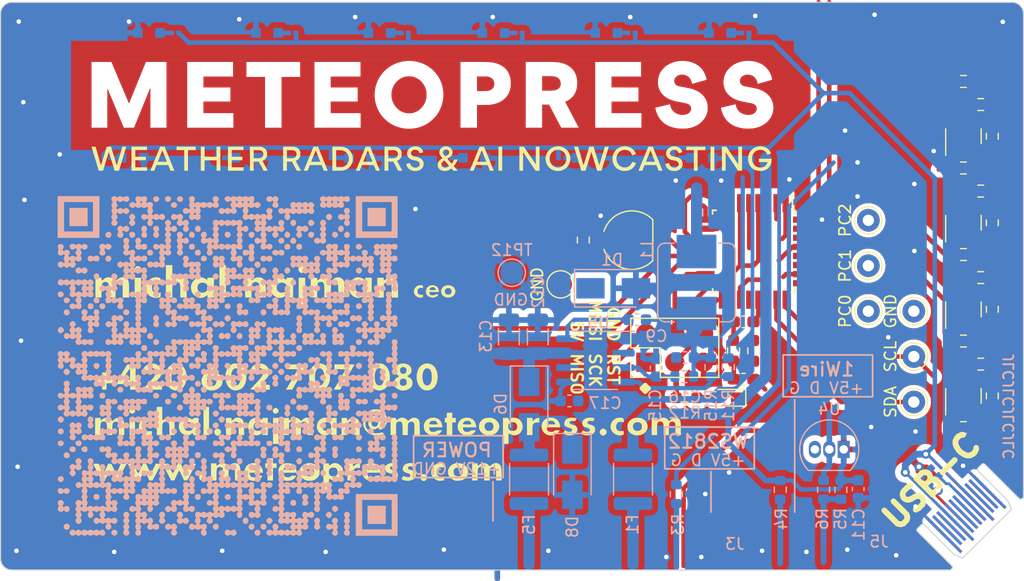
<source format=kicad_pcb>
(kicad_pcb (version 20221018) (generator pcbnew)
  (layers (0 "F.Cu" signal) (31 "B.Cu" signal) (34 "B.Paste" user) (35 "F.Paste" user) (36 "B.SilkS" user "B.Silkscreen") (37 "F.SilkS" user "F.Silkscreen") (38 "B.Mask" user) (39 "F.Mask" user) (44 "Edge.Cuts" user))
  (net 0 "")
  (net 1 "GND")
  (net 2 "Net-(D6-Pad2)")
  (net 3 "+5V")
  (net 4 "unconnected-(J1-Pad2)")
  (net 5 "unconnected-(J1-Pad3)")
  (net 6 "unconnected-(J1-Pad4)")
  (net 22 "Net-(J2-PadB5)")
  (net 23 "Net-(J2-PadA5)")
  (net 24 "Net-(D112-Pad2)")
  (net 25 "Net-(D111-Pad2)")
  (net 26 "Net-(D110-Pad2)")
  (net 27 "Net-(D109-Pad2)")
  (net 28 "Net-(D108-Pad2)")
  (net 29 "Net-(D107-Pad2)")
  (net 30 "Net-(D106-Pad2)")
  (net 31 "Net-(D105-Pad2)")
  (net 32 "Net-(D104-Pad2)")
  (net 33 "Net-(D103-Pad2)")
  (net 34 "Net-(D102-Pad2)")
  (net 35 "Net-(D101-Pad2)")
  (footprint "LED_SMD:LED_0603_1608Metric_Pad1.05x0.95mm_HandSolder" (layer "F.Cu") (at 163.906 134.83 180)
    (fp_text reference "D1" hide)
    (fp_text value "LED")
  )
  (footprint "Resistor_SMD:R_0603_1608Metric_Pad0.98x0.95mm_HandSolder" (layer "F.Cu") (at 151.27 120.94 90)
    (fp_text reference "R14" hide)
    (fp_text value "4k7")
  )
  (footprint "Connector_PinHeader_2.54mm:PinHeader_2x03_P2.54mm_Vertical" (layer "F.Cu") (at 156.777 131.698 90)
    (fp_text reference "J1" hide)
    (fp_text value "USB_B_Micro")
  )
  (footprint "Package_TO_SOT_SMD:SOT-23" (layer "F.Cu") (at 184.7144 134.659 90)
    (fp_text reference "Q5" hide)
    (fp_text value "MMBT3904")
  )
  (footprint "meteopress:MichalNajman" (layer "F.Cu") (at 134 133)
    (fp_text reference "G***" hide)
    (fp_text value "LOGO" hide)
  )
  (footprint "Resistor_SMD:R_0603_1608Metric_Pad0.98x0.95mm_HandSolder" (layer "F.Cu") (at 164.492 130.6855 90)
    (fp_text reference "R8" hide)
    (fp_text value "4k7")
  )
  (footprint "meteopress:MeteopressLogo_Bare_Inv_60x6" (layer "F.Cu") (at 138 108.17)
    (fp_text reference "J3" hide)
    (fp_text value "Conn_01x01" hide)
  )
  (footprint "Package_TO_SOT_THT:TO-92_HandSolder" (layer "F.Cu") (at 155.54 122.21 90)
    (fp_text reference "U2" hide)
    (fp_text value "DS18B20")
  )
  (footprint "Resistor_SMD:R_0603_1608Metric_Pad0.98x0.95mm_HandSolder" (layer "F.Cu") (at 166.27 130.6975 -90)
    (fp_text reference "R9" hide)
    (fp_text value "10k")
  )
  (footprint "Package_TO_SOT_SMD:SOT-23" (layer "F.Cu") (at 184.7144 119.419 90)
    (fp_text reference "Q1" hide)
    (fp_text value "MMBT3904")
  )
  (footprint "meteopress:MeteopressLogo_Bare_Inv_60x6" (layer "F.Cu") (at 138 108.17)
    (fp_text reference "J3" hide)
    (fp_text value "Conn_01x01" hide)
  )
  (footprint "meteopress:TestPoint_THTPad_D2.0mm_Drill1.0mm" (layer "F.Cu") (at 176.35 123.2 -90)
    (fp_text reference "TP28" hide)
    (fp_text value "PC1")
  )
  (footprint "meteopress:TestPoint_THTPad_D2.0mm_Drill1.0mm" (layer "F.Cu") (at 180.35 135.2 -90)
    (fp_text reference "TP3" hide)
    (fp_text value "SDA")
  )
  (footprint "Resistor_SMD:R_0603_1608Metric_Pad0.98x0.95mm_HandSolder" (layer "F.Cu") (at 186.2384 109.005)
    (fp_text reference "R40" hide)
    (fp_text value "100k")
  )
  (footprint "meteopress:MeteopressLogo_60x10" (layer "F.Cu") (at 138 110)
    (fp_text reference "G***" hide)
    (fp_text value "LOGO" hide)
  )
  (footprint "Package_TO_SOT_SMD:SOT-23" (layer "F.Cu") (at 184.7144 127.039 90)
    (fp_text reference "Q3" hide)
    (fp_text value "MMBT3904")
  )
  (footprint "Capacitor_SMD:C_0603_1608Metric_Pad1.08x0.95mm_HandSolder" (layer "F.Cu") (at 165.381 128.14)
    (fp_text reference "C16" hide)
    (fp_text value "100n")
  )
  (footprint "meteopress:TestPoint_THTPad_D2.0mm_Drill1.0mm" (layer "F.Cu") (at 176.35 119.2 -90)
    (fp_text reference "TP29" hide)
    (fp_text value "PC2")
  )
  (footprint "Resistor_SMD:R_0603_1608Metric_Pad0.98x0.95mm_HandSolder" (layer "F.Cu") (at 186.2384 116.625 180)
    (fp_text reference "R22" hide)
    (fp_text value "10k")
  )
  (footprint "meteopress:PCB-USB-C_straight" (layer "F.Cu") (at 186.79 146.8 -135)
    (fp_text reference "J2" hide)
    (fp_text value "USB_C_Receptacle" hide)
    (fp_line (start -4.535 0) (end -4.385 0) (stroke (width 0.1)) (layer "Edge.Cuts"))
    (fp_line (start -4.185 0.2) (end -4.185 4.45) (stroke (width 0.1)) (layer "Edge.Cuts"))
    (fp_line (start -3.985 4.65) (end -3.545 4.65) (stroke (width 0.1)) (layer "Edge.Cuts"))
    (fp_line (start -3.345 0.75) (end -3.345 4.45) (stroke (width 0.1)) (layer "Edge.Cuts"))
    (fp_line (start -3.045 0) (end -3.345 0.75) (stroke (width 0.1)) (layer "Edge.Cuts"))
    (fp_line (start -3.045 0) (end 3.045 0) (stroke (width 0.1)) (layer "Edge.Cuts"))
    (fp_line (start 3.045 0) (end 3.345 0.75) (stroke (width 0.1)) (layer "Edge.Cuts"))
    (fp_line (start 3.345 0.75) (end 3.345 4.45) (stroke (width 0.1)) (layer "Edge.Cuts"))
    (fp_line (start 3.545 4.65) (end 3.985 4.65) (stroke (width 0.1)) (layer "Edge.Cuts"))
    (fp_line (start 4.185 0.2) (end 4.185 4.45) (stroke (width 0.1)) (layer "Edge.Cuts"))
    (fp_line (start 4.385 0) (end 4.5 0) (stroke (width 0.1)) (layer "Edge.Cuts"))
    (fp_arc (start -4.385 0) (mid -4.243579 0.058579) (end -4.185 0.2) (stroke (width 0.1)) (layer "Edge.Cuts"))
    (fp_arc (start -3.985 4.65) (mid -4.126421 4.591421) (end -4.185 4.45) (stroke (width 0.1)) (layer "Edge.Cuts"))
    (fp_arc (start -3.345 4.45) (mid -3.403579 4.591421) (end -3.545 4.65) (stroke (width 0.1)) (layer "Edge.Cuts"))
    (fp_arc (start 3.545 4.65) (mid 3.403578 4.591421) (end 3.345 4.45) (stroke (width 0.1)) (layer "Edge.Cuts"))
    (fp_arc (start 4.185 0.2) (mid 4.243578 0.058579) (end 4.385 0) (stroke (width 0.1)) (layer "Edge.Cuts"))
    (fp_arc (start 4.185 4.45) (mid 4.126421 4.591422) (end 3.985 4.65) (stroke (width 0.1)) (layer "Edge.Cuts"))
  )
  (footprint "Resistor_SMD:R_0603_1608Metric_Pad0.98x0.95mm_HandSolder" (layer "F.Cu") (at 184.7144 114.593)
    (fp_text reference "R41" hide)
    (fp_text value "47k")
  )
  (footprint "meteopress:TestPoint_THTPad_D2.0mm_Drill1.0mm" (layer "F.Cu") (at 180.35 131.2 -90)
    (fp_text reference "TP2" hide)
    (fp_text value "SCL")
  )
  (footprint "Resistor_SMD:R_0603_1608Metric_Pad0.98x0.95mm_HandSolder" (layer "F.Cu") (at 187.2544 127.039 90)
    (fp_text reference "R26" hide)
    (fp_text value "47k")
  )
  (footprint "Resistor_SMD:R_0603_1608Metric_Pad0.98x0.95mm_HandSolder" (layer "F.Cu") (at 187.2544 134.659 -90)
    (fp_text reference "R28" hide)
    (fp_text value "100k")
  )
  (footprint "Capacitor_SMD:C_0603_1608Metric_Pad1.08x0.95mm_HandSolder" (layer "F.Cu") (at 165.37 133.19 180)
    (fp_text reference "C14" hide)
    (fp_text value "1u")
  )
  (footprint "Resistor_SMD:R_0603_1608Metric_Pad0.98x0.95mm_HandSolder" (layer "F.Cu") (at 160.35 134.83 180)
    (fp_text reference "R11" hide)
    (fp_text value "4k7")
  )
  (footprint "Resistor_SMD:R_0603_1608Metric_Pad0.98x0.95mm_HandSolder" (layer "F.Cu") (at 187.2544 119.419 -90)
    (fp_text reference "R20" hide)
    (fp_text value "100k")
  )
  (footprint "meteopress:TestPoint_THTPad_D2.0mm_Drill1.0mm" (layer "F.Cu") (at 180.35 127.2 -90)
    (fp_text reference "TP14" hide)
    (fp_text value "GND")
  )
  (footprint "meteopress:TestPoint_THTPad_D2.0mm_Drill1.0mm" (layer "F.Cu") (at 176.35 127.2 -90)
    (fp_text reference "TP27" hide)
    (fp_text value "PC0")
  )
  (footprint "Resistor_SMD:R_0603_1608Metric_Pad0.98x0.95mm_HandSolder" (layer "F.Cu") (at 184.7144 122.213)
    (fp_text reference "R21" hide)
    (fp_text value "47k")
  )
  (footprint "Resistor_SMD:R_0603_1608Metric_Pad0.98x0.95mm_HandSolder" (layer "F.Cu") (at 186.2384 131.865 180)
    (fp_text reference "R30" hide)
    (fp_text value "10k")
  )
  (footprint "Resistor_SMD:R_0603_1608Metric_Pad0.98x0.95mm_HandSolder" (layer "F.Cu") (at 187.2544 111.799 90)
    (fp_text reference "R42" hide)
    (fp_text value "47k")
  )
  (footprint "Resistor_SMD:R_0603_1608Metric_Pad0.98x0.95mm_HandSolder" (layer "F.Cu") (at 184.7144 129.833)
    (fp_text reference "R25" hide)
    (fp_text value "47k")
  )
  (footprint "Package_QFP:TQFP-32_7x7mm_P0.8mm" (layer "F.Cu") (at 166.27 121.94 -90)
    (fp_text reference "U1" hide)
    (fp_text value "ATmega328P-AU")
  )
  (footprint "meteopress:TestPoint_THTPad_D2.0mm_Drill1.0mm" (layer "F.Cu") (at 149.27 124.84 -90)
    (fp_text reference "TP18" hide)
    (fp_text value "GND")
  )
  (footprint "Resistor_SMD:R_0603_1608Metric_Pad0.98x0.95mm_HandSolder" (layer "F.Cu") (at 186.2384 124.245)
    (fp_text reference "R24" hide)
    (fp_text value "100k")
  )
  (footprint "Package_TO_SOT_SMD:SOT-23" (layer "F.Cu") (at 184.7144 111.799 90)
    (fp_text reference "Q11" hide)
    (fp_text value "MMBT3904")
  )
  (footprint "Resistor_SMD:R_0603_1608Metric_Pad0.98x0.95mm_HandSolder" (layer "F.Cu") (at 184.7144 137.453)
    (fp_text reference "R29" hide)
    (fp_text value "47k")
  )
  (footprint "Resistor_SMD:R_0603_1608Metric_Pad0.98x0.95mm_HandSolder" (layer "F.Cu") (at 184.7144 106.973)
    (fp_text reference "R37" hide)
    (fp_text value "47k")
  )
  (footprint "meteopress:R_0201_woSilk" (layer "B.Cu") (at 115.36 102.7)
    (fp_text reference "R112" hide)
    (fp_text value "120")
  )
  (footprint "Resistor_SMD:R_0603_1608Metric" (layer "B.Cu") (at 168.598 142.9315 -90)
    (fp_text reference "R4")
    (fp_text value "150R")
  )
  (footprint "meteopress:D_0802_side_woSilk_C965872" (layer "B.Cu") (at 153.295 102.86 180)
    (fp_text reference "D108" hide)
    (fp_text value "LED")
  )
  (footprint "Capacitor_SMD:C_0603_1608Metric" (layer "B.Cu") (at 160.216 131.2815)
    (fp_text reference "C16")
    (fp_text value "22n")
  )
  (footprint "meteopress:D_0802_side_woSilk_C965872" (layer "B.Cu") (at 151.64 113.54)
    (fp_text reference "D105" hide)
    (fp_text value "LED")
  )
  (footprint "meteopress:D_0802_side_woSilk_C965872" (layer "B.Cu") (at 143.36 102.87 180)
    (fp_text reference "D109" hide)
    (fp_text value "LED")
  )
  (footprint "Capacitor_SMD:C_1206_3216Metric" (layer "B.Cu") (at 144.722 129.4545 90)
    (fp_text reference "C13")
    (fp_text value "4u7/50V")
  )
  (footprint "meteopress:R_0201_woSilk" (layer "B.Cu") (at 165.52 102.7)
    (fp_text reference "R107" hide)
    (fp_text value "120")
  )
  (footprint "Package_TO_SOT_THT:TO-92_Inline" (layer "B.Cu") (at 174.182445 139.374398 180)
    (fp_text reference "U4")
    (fp_text value "DS18B20")
  )
  (footprint "meteopress:R_0201_woSilk" (layer "B.Cu") (at 119.41 113.7 180)
    (fp_text reference "R102" hide)
    (fp_text value "120")
  )
  (footprint "meteopress:D_0802_side_woSilk_C965872" (layer "B.Cu") (at 141.645 113.54)
    (fp_text reference "D104" hide)
    (fp_text value "LED")
  )
  (footprint "Resistor_SMD:R_0603_1608Metric" (layer "B.Cu") (at 172.408 142.9305 90)
    (fp_text reference "R6")
    (fp_text value "330R")
  )
  (footprint "Capacitor_SMD:C_1206_3216Metric" (layer "B.Cu") (at 147.262 129.4545 90)
    (fp_text reference "C12")
    (fp_text value "4u7/50V")
  )
  (footprint "meteopress:R_0201_woSilk" (layer "B.Cu") (at 145.58 102.7)
    (fp_text reference "R109" hide)
    (fp_text value "120")
  )
  (footprint "Diode_SMD:D_SMA" (layer "B.Cu") (at 146.5 135.428 -90)
    (fp_text reference "D6")
    (fp_text value "D_Schottky")
  )
  (footprint "meteopress:R_0201_woSilk" (layer "B.Cu") (at 135.56 102.7)
    (fp_text reference "R110" hide)
    (fp_text value "120")
  )
  (footprint "Resistor_SMD:R_0603_1608Metric" (layer "B.Cu") (at 160.153 132.9615 180)
    (fp_text reference "R12")
    (fp_text value "100R")
  )
  (footprint "meteopress:D_0802_side_woSilk_C965872" (layer "B.Cu") (at 121.635 113.54)
    (fp_text reference "D102" hide)
    (fp_text value "LED")
  )
  (footprint "meteopress:D_0802_side_woSilk_C965872" (layer "B.Cu") (at 111.63 113.54)
    (fp_text reference "D101" hide)
    (fp_text value "LED")
  )
  (footprint "Diode_SMD:D_SMA" (layer "B.Cu") (at 153.898 125.1855)
    (fp_text reference "D1")
    (fp_text value "SS14")
  )
  (footprint "meteopress:vCard_MichalNajman_30" (layer "B.Cu") (at 120 132 180)
    (fp_text reference "G***" hide)
    (fp_text value "LOGO" hide)
  )
  (footprint "Capacitor_SMD:C_0603_1608Metric" (layer "B.Cu") (at 156.012 127.9535 180)
    (fp_text reference "C9")
    (fp_text value "100n")
  )
  (footprint "Fuse:Fuse_1812_4532Metric" (layer "B.Cu") (at 146.5 142 90)
    (fp_text reference "F5")
    (fp_text value "1A")
  )
  (footprint "meteopress:D_0802_side_woSilk_C965872" (layer "B.Cu") (at 113.055 102.86 180)
    (fp_text reference "D112" hide)
    (fp_text value "LED")
  )
  (footprint "TestPoint:TestPoint_THTPad_D2.0mm_Drill1.0mm" (layer "B.Cu") (at 144.976 123.8175 180)
    (fp_text reference "TP12")
    (fp_text value "GND")
  )
  (footprint "meteopress:D_0402_woSilk" (layer "B.Cu") (at 182.19 141.39 -45)
    (fp_text reference "R143" hide)
    (fp_text value "5k1")
  )
  (footprint "meteopress:D_0802_side_woSilk_C965872" (layer "B.Cu") (at 161.695 113.54)
    (fp_text reference "D106" hide)
    (fp_text value "LED")
  )
  (footprint "meteopress:D_0402_woSilk" (layer "B.Cu") (at 181.39 142.17 -45)
    (fp_text reference "R142" hide)
    (fp_text value "5k1")
  )
  (footprint "meteopress:D_0802_side_woSilk_C965872" (layer "B.Cu") (at 163.3 102.86 180)
    (fp_text reference "D107" hide)
    (fp_text value "LED")
  )
  (footprint "meteopress:R_0201_woSilk" (layer "B.Cu") (at 125.67 102.7)
    (fp_text reference "R111" hide)
    (fp_text value "120")
  )
  (footprint "Resistor_SMD:R_0603_1608Metric" (layer "B.Cu") (at 164.026 132.1365 -90)
    (fp_text reference "R11")
    (fp_text value "10k")
  )
  (footprint "meteopress:D_0802_side_woSilk_C965872" (layer "B.Cu") (at 133.34 102.87 180)
    (fp_text reference "D110" hide)
    (fp_text value "LED")
  )
  (footprint "meteopress:R_0201_woSilk" (layer "B.Cu") (at 109.4 113.7 180)
    (fp_text reference "R101" hide)
    (fp_text value "120")
  )
  (footprint "meteopress:R_0201_woSilk" (layer "B.Cu") (at 149.41 113.7 180)
    (fp_text reference "R105" hide)
    (fp_text value "120")
  )
  (footprint "Inductor_SMD:L_Bourns_SRP7028A_7.3x6.6mm" (layer "B.Cu") (at 161.232 124.6775 90)
    (fp_text reference "L1")
    (fp_text value "47u")
  )
  (footprint "meteopress:R_0201_woSilk" (layer "B.Cu") (at 129.41 113.7 180)
    (fp_text reference "R103" hide)
    (fp_text value "120")
  )
  (footprint "Capacitor_SMD:C_0603_1608Metric" (layer "B.Cu") (at 157.676 132.1865 90)
    (fp_text reference "C15")
    (fp_text value "8.2n")
  )
  (footprint "Fuse:Fuse_1812_4532Metric" (layer "B.Cu") (at 155.644 142 -90)
    (fp_text reference "F1")
    (fp_text value "0.5A")
  )
  (footprint "Resistor_SMD:R_0603_1608Metric" (layer "B.Cu") (at 159.454 143.3125 -90)
    (fp_text reference "R3")
    (fp_text value "330R")
  )
  (footprint "meteopress:D_0802_side_woSilk_C965872" (layer "B.Cu") (at 131.64 113.575)
    (fp_text reference "D103" hide)
    (fp_text value "LED")
  )
  (footprint "meteopress:R_0201_woSilk" (layer "B.Cu") (at 159.47 113.7 180)
    (fp_text reference "R106" hide)
    (fp_text value "120")
  )
  (footprint "Diode_SMD:D_SMA" (layer "B.Cu") (at 150.31 141.3755 -90)
    (fp_text reference "D8")
    (fp_text value "TVS")
  )
  (footprint "meteopress:R_0201_woSilk" (layer "B.Cu") (at 155.52 102.7)
    (fp_text reference "R108" hide)
    (fp_text value "120")
  )
  (footprint "Resistor_SMD:R_0603_1608Metric" (layer "B.Cu") (at 173.932 142.9315 -90)
    (fp_text reference "R5")
    (fp_text value "22k")
  )
  (footprint "Capacitor_SMD:C_0603_1608Metric" (layer "B.Cu") (at 175.456 142.8675 -90)
    (fp_text reference "C11")
    (fp_text value "100n")
  )
  (footprint "meteopress:D_0802_side_woSilk_C965872" (layer "B.Cu") (at 123.445 102.86 180)
    (fp_text reference "D111" hide)
    (fp_text value "LED")
  )
  (footprint "Capacitor_SMD:C_0603_1608Metric" (layer "B.Cu") (at 150.043 135.1045 180)
    (fp_text reference "C17")
    (fp_text value "8.2n")
  )
  (footprint "Resistor_SMD:R_0603_1608Metric" (layer "B.Cu") (at 162.502 132.1365 90)
    (fp_text reference "R15")
    (fp_text value "1k8")
  )
  (footprint "Package_SO:SOIC-8_3.9x4.9mm_P1.27mm" (layer "B.Cu") (at 152.342 131.5355 180)
    (fp_text reference "U5")
    (fp_text value "TPS54331")
  )
  (footprint "meteopress:R_0201_woSilk" (layer "B.Cu") (at 139.42 113.7 180)
    (fp_text reference "R104" hide)
    (fp_text value "120")
  )
  (gr_rect (start 168.852 131.0565) (end 176.726 134.7395) (stroke (width 0.15)) (fill none) (layer "B.SilkS"))
  (gr_line (start 169.868 134.9935) (end 169.868 144.8995) (stroke (width 0.15)) (layer "B.SilkS"))
  (gr_rect (start 158.438 137.4065) (end 166.312 141.0895) (stroke (width 0.15)) (fill none) (layer "B.SilkS"))
  (gr_line (start 162.502 141.3435) (end 162.502 144.8995) (stroke (width 0.15)) (layer "B.SilkS"))
  (gr_rect (start 136.34 138.1685) (end 144.214 141.8515) (stroke (width 0.15)) (fill none) (layer "B.SilkS"))
  (gr_line (start 143.325 142.2325) (end 143.325 145.6615) (stroke (width 0.15)) (layer "B.SilkS"))
  (gr_line (start 188.999999 100.000001) (end 101 100.000001) (stroke (width 0.1)) (layer "Edge.Cuts"))
  (gr_arc (start 188.999999 100.000001) (mid 189.707106 100.292894) (end 189.999999 101.000001) (stroke (width 0.1)) (layer "Edge.Cuts"))
  (gr_line (start 101.000001 149.999999) (end 183.608019 149.999999) (stroke (width 0.1)) (layer "Edge.Cuts"))
  (gr_arc (start 100 101) (mid 100.292893 100.292893) (end 101 100) (stroke (width 0.1)) (layer "Edge.Cuts"))
  (gr_arc (start 101.000001 149.999999) (mid 100.292894 149.707106) (end 100.000001 148.999999) (stroke (width 0.1)) (layer "Edge.Cuts"))
  (gr_line (start 183.608019 149.999999) (end 183.608019 149.991981) (stroke (width 0.1)) (layer "Edge.Cuts"))
  (gr_line (start 189.999999 143.603271) (end 189.996729 143.603271) (stroke (width 0.1)) (layer "Edge.Cuts"))
  (gr_line (start 100 101) (end 100 148.999999) (stroke (width 0.1)) (layer "Edge.Cuts"))
  (gr_line (start 189.999999 101.000001) (end 189.999999 143.603271) (stroke (width 0.1)) (layer "Edge.Cuts"))
  (gr_text "+12V GND" (at 140.15 141.0895) (layer "B.SilkS") (effects (font (size 1 1)) (justify mirror)))
  (gr_text "+5V D G" (at 172.662 133.9775) (layer "B.SilkS") (effects (font (size 1 1)) (justify mirror)))
  (gr_text "WS2812" (at 162.248 138.6765) (layer "B.SilkS") (effects (font (size 1.2 1.2) (thickness 0.2)) (justify mirror)))
  (gr_text "JLCJLCJLCJLC" (at 188.7 135.6 90) (layer "B.SilkS") (effects (font (size 0.9 0.9) (thickness 0.16)) (justify mirror)))
  (gr_text "J5" (at 177.3 147.5) (layer "B.SilkS") (effects (font (size 1 1)) (justify mirror)))
  (gr_text "J3" (at 164.6 147.7) (layer "B.SilkS") (effects (font (size 1 1)) (justify mirror)))
  (gr_text "GND" (at 144.9 126.2) (layer "B.SilkS") (effects (font (size 1 1)) (justify mirror)))
  (gr_text "POWER" (at 140.15 139.4385) (layer "B.SilkS") (effects (font (size 1.2 1.2) (thickness 0.2)) (justify mirror)))
  (gr_text "1Wire" (at 172.662 132.3265) (layer "B.SilkS") (effects (font (size 1.2 1.2) (thickness 0.2)) (justify mirror)))
  (gr_text "+5V D G" (at 162.248 140.3275) (layer "B.SilkS") (effects (font (size 1 1)) (justify mirror)))
  (gr_text "RST\nSCK\nMISO" (at 152.3 130.8 270) (layer "F.SilkS") (effects (font (size 1 1) (thickness 0.2)) (justify left)))
  (gr_text "." (at 159.188 134 270) (layer "F.SilkS") (effects (font (size 6 6) (thickness 0.4))))
  (gr_text "GND\nMOSI\n5V" (at 152.3 130 270) (layer "F.SilkS") (effects (font (size 1 1) (thickness 0.2)) (justify right)))
  (gr_text "USB-C" (at 181.9 142.163768 45) (layer "F.SilkS") (effects (font (size 2 2) (thickness 0.5))))
  (segment (start 187.6449 109.499) (end 187.1509 109.005) (width 0.4) (layer "F.Cu") (net 0))
  (segment (start 173.975 135.2) (end 180.35 135.2) (width 0.4) (layer "F.Cu") (net 0))
  (segment (start 168.27 127.94) (end 170.77 130.44) (width 0.4) (layer "F.Cu") (net 0))
  (segment (start 183.0644 129.0955) (end 183.0644 126.2322) (width 0.4) (layer "F.Cu") (net 0))
  (segment (start 162.02 119.94) (end 163.05 119.94) (width 0.4) (layer "F.Cu") (net 0))
  (segment (start 154.213 126.725) (end 155.059 125.879) (width 0.4) (layer "F.Cu") (net 0))
  (segment (start 183.7704 112.7365) (end 185.6269 114.593) (width 0.4) (layer "F.Cu") (net 0))
  (segment (start 187.6449 109.499) (end 189.1182 109.499) (width 0.4) (layer "F.Cu") (net 0))
  (segment (start 169.67 121.54) (end 168.47 122.74) (width 0.4) (layer "F.Cu") (net 0))
  (segment (start 183.8019 106.973) (end 183.102 106.973) (width 0.4) (layer "F.Cu") (net 0))
  (segment (start 172.12 123.14) (end 170.52 123.14) (width 0.4) (layer "F.Cu") (net 0))
  (segment (start 162.02 119.14) (end 162.02 118.11) (width 0.4) (layer "F.Cu") (net 0))
  (segment (start 163.05 119.94) (end 163.72 119.27) (width 0.4) (layer "F.Cu") (net 0))
  (segment (start 185.6644 126.343) (end 185.9844 126.023) (width 0.6) (layer "F.Cu") (net 0))
  (segment (start 187.6449 124.739) (end 187.1509 124.245) (width 0.4) (layer "F.Cu") (net 0))
  (segment (start 187.6449 132.359) (end 189.0582 132.359) (width 0.4) (layer "F.Cu") (net 0))
  (segment (start 100.2 134.5) (end 109 134.5) (width 0.4) (layer "F.Cu") (net 0))
  (segment (start 109 134.5) (end 114.775 128.725) (width 0.4) (layer "F.Cu") (net 0))
  (segment (start 167.47 120.0225) (end 167.4695 120.023) (width 0.4) (layer "F.Cu") (net 0))
  (segment (start 173.5375 134.7625) (end 173.975 135.2) (width 0.4) (layer "F.Cu") (net 0))
  (segment (start 153.991 128.725) (end 154.513 128.203) (width 0.4) (layer "F.Cu") (net 0))
  (segment (start 167.47 117.69) (end 167.47 120.0225) (width 0.4) (layer "F.Cu") (net 0))
  (segment (start 167.4695 120.69) (end 167.4695 121.6295) (width 0.4) (layer "F.Cu") (net 0))
  (segment (start 183.7644 127.9765) (end 183.7704 127.9765) (width 0.4) (layer "F.Cu") (net 0))
  (segment (start 173.21 118.81) (end 172.65 118.25) (width 0.4) (layer "F.Cu") (net 0))
  (segment (start 114.775 128.725) (end 153.991 128.725) (width 0.4) (layer "F.Cu") (net 0))
  (segment (start 170.52 123.94) (end 169.11 123.94) (width 0.4) (layer "F.Cu") (net 0))
  (segment (start 168.27 117.69) (end 168.27 119.0995) (width 0.4) (layer "F.Cu") (net 0))
  (segment (start 174.01 118.52) (end 174.01 119.78) (width 0.4) (layer "F.Cu") (net 0))
  (segment (start 187.7764 136.959) (end 187.2544 136.437) (width 0.4) (layer "F.Cu") (net 0))
  (segment (start 165.755 124.43) (end 167.43 124.43) (width 0.4) (layer "F.Cu") (net 0))
  (segment (start 187.7764 136.959) (end 189.0582 136.959) (width 0.4) (layer "F.Cu") (net 0))
  (segment (start 185.6644 111.103) (end 185.9844 110.783) (width 0.6) (layer "F.Cu") (net 0))
  (segment (start 172.85 123.87) (end 172.12 123.14) (width 0.4) (layer "F.Cu") (net 0))
  (segment (start 107.8 132) (end 113.075 126.725) (width 0.4) (layer "F.Cu") (net 0))
  (segment (start 165.87 120.6795) (end 165.87 121.6295) (width 0.4) (layer "F.Cu") (net 0))
  (segment (start 187.6449 132.359) (end 187.1509 131.865) (width 0.4) (layer "F.Cu") (net 0))
  (segment (start 187.6449 124.739) (end 189.2782 124.739) (width 0.4) (layer "F.Cu") (net 0))
  (segment (start 183.079472 122.213) (end 183.8019 122.213) (width 0.4) (layer "F.Cu") (net 0))
  (segment (start 170.52 121.54) (end 169.67 121.54) (width 0.4) (layer "F.Cu") (net 0))
  (segment (start 163.031 134.83) (end 161.2625 134.83) (width 0.5) (layer "F.Cu") (net 0))
  (segment (start 184.7144 117.2365) (end 185.3259 116.625) (width 0.4) (layer "F.Cu") (net 0))
  (segment (start 167.345 127.896793) (end 167.47 127.771793) (width 0.4) (layer "F.Cu") (net 0))
  (segment (start 100.2 134.4) (end 100.2 134.5) (width 0.4) (layer "F.Cu") (net 0))
  (segment (start 165.87 120.0225) (end 165.87 120.6795) (width 0.4) (layer "F.Cu") (net 0))
  (segment (start 100.2 132) (end 107.8 132) (width 0.4) (layer "F.Cu") (net 0))
  (segment (start 185.6644 120.3565) (end 185.6644 118.723) (width 0.6) (layer "F.Cu") (net 0))
  (segment (start 183.102 106.973) (end 182.35 107.725) (width 0.4) (layer "F.Cu") (net 0))
  (segment (start 165.165 137.725) (end 160.097 142.793) (width 0.4) (layer "F.Cu") (net 0))
  (segment (start 182.3 143.38066) (end 182.3 143.2) (width 0.25) (layer "F.Cu") (net 0))
  (segment (start 160.097 146.913) (end 160.097 142.793) (width 0.4) (layer "F.Cu") (net 0))
  (segment (start 172.15 118.25) (end 171.97 118.07) (width 0.4) (layer "F.Cu") (net 0))
  (segment (start 183.8019 129.833) (end 183.0644 129.0955) (width 0.4) (layer "F.Cu") (net 0))
  (segment (start 173.05 120.74) (end 170.52 120.74) (width 0.4) (layer "F.Cu") (net 0))
  (segment (start 183.7644 112.7365) (end 183.7704 112.7365) (width 0.4) (layer "F.Cu") (net 0))
  (segment (start 172.85 134.075) (end 173.5375 134.7625) (width 0.4) (layer "F.Cu") (net 0))
  (segment (start 169.07 126.84) (end 170.77 128.54) (width 0.4) (layer "F.Cu") (net 0))
  (segment (start 187.2544 109.8895) (end 187.6449 109.499) (width 0.4) (layer "F.Cu") (net 0))
  (segment (start 171.97 118.07) (end 171.97 100) (width 0.4) (layer "F.Cu") (net 0))
  (segment (start 158.928 120.94) (end 159.528 121.54) (width 0.4) (layer "F.Cu") (net 0))
  (segment (start 187.2544 136.437) (end 187.2544 135.5715) (width 0.4) (layer "F.Cu") (net 0))
  (segment (start 187.2544 110.8865) (end 187.2544 109.8895) (width 0.4) (layer "F.Cu") (net 0))
  (segment (start 169.15 137.725) (end 165.165 137.725) (width 0.4) (layer "F.Cu") (net 0))
  (segment (start 183.9 137.5511) (end 183.8019 137.453) (width 0.4) (layer "F.Cu") (net 0))
  (segment (start 166.67 126.19) (end 166.67 127.6095) (width 0.4) (layer "F.Cu") (net 0))
  (segment (start 165.87 121.6295) (end 165.8705 121.63) (width 0.4) (layer "F.Cu") (net 0))
  (segment (start 187.2544 132.7495) (end 187.6449 132.359) (width 0.4) (layer "F.Cu") (net 0))
  (segment (start 171.595 119.94) (end 171.625 119.97) (width 0.4) (layer "F.Cu") (net 0))
  (segment (start 159.576 123.14) (end 154.513 128.203) (width 0.4) (layer "F.Cu") (net 0))
  (segment (start 167.47 127.771793) (end 167.47 126.19) (width 0.4) (layer "F.Cu") (net 0))
  (segment (start 159.528 121.54) (end 162.02 121.54) (width 0.4) (layer "F.Cu") (net 0))
  (segment (start 183.6699 114.725) (end 183.8019 114.593) (width 0.4) (layer "F.Cu") (net 0))
  (segment (start 170.52 126.29) (end 170.77 126.54) (width 0.4) (layer "F.Cu") (net 0))
  (segment (start 162.02 118.11) (end 161.81 117.9) (width 0.4) (layer "F.Cu") (net 0))
  (segment (start 161.302 126.023) (end 162.02 125.305) (width 0.4) (layer "F.Cu") (net 0))
  (segment (start 165.07 126.19) (end 165.07 125.115) (width 0.4) (layer "F.Cu") (net 0))
  (segment (start 162.02 122.34) (end 158.598 122.34) (width 0.4) (layer "F.Cu") (net 0))
  (segment (start 184.7144 110.8615) (end 184.7144 109.6165) (width 0.4) (layer "F.Cu") (net 0))
  (segment (start 171.625 119.97) (end 172.75 119.97) (width 0.4) (layer "F.Cu") (net 0))
  (segment (start 165.87 117.69) (end 165.87 120.0225) (width 0.4) (layer "F.Cu") (net 0))
  (segment (start 172.75 119.97) (end 173.21 119.51) (width 0.4) (layer "F.Cu") (net 0))
  (segment (start 172.85 133.125) (end 172.85 132.45) (width 0.4) (layer "F.Cu") (net 0))
  (segment (start 187.2544 126.1265) (end 187.2544 125.1295) (width 0.4) (layer "F.Cu") (net 0))
  (segment (start 184.350482 145.431142) (end 184.331142 145.431142) (width 0.25) (layer "F.Cu") (net 0))
  (segment (start 184.7144 126.1015) (end 184.7144 124.8565) (width 0.4) (layer "F.Cu") (net 0))
  (segment (start 169.07 117.69) (end 169.07 119.94) (width 0.4) (layer "F.Cu") (net 0))
  (segment (start 154.27 120.94) (end 152.1825 120.94) (width 0.4) (layer "F.Cu") (net 0))
  (segment (start 158.598 122.34) (end 155.059 125.879) (width 0.4) (layer "F.Cu") (net 0))
  (segment (start 182.3 143.2) (end 182.5 143) (width 0.25) (layer "F.Cu") (net 0))
  (segment (start 168.27 126.19) (end 168.27 127.94) (width 0.4) (layer "F.Cu") (net 0))
  (segment (start 184.7144 109.6165) (end 185.3259 109.005) (width 0.4) (layer "F.Cu") (net 0))
  (segment (start 167.4695 121.6295) (end 167.48 121.64) (width 0.4) (layer "F.Cu") (net 0))
  (segment (start 172.85 132.45) (end 172.85 134.075) (width 0.4) (layer "F.Cu") (net 0))
  (segment (start 187.7764 129.339) (end 187.2544 128.817) (width 0.4) (layer "F.Cu") (net 0))
  (segment (start 182.3 143.38066) (end 184.350482 145.431142) (width 0.25) (layer "F.Cu") (net 0))
  (segment (start 154.27 120.94) (end 158.928 120.94) (width 0.4) (layer "F.Cu") (net 0))
  (segment (start 172.85 134.025) (end 169.15 137.725) (width 0.4) (layer "F.Cu") (net 0))
  (segment (start 187.7764 129.339) (end 189.1782 129.339) (width 0.4) (layer "F.Cu") (net 0))
  (segment (start 174.01 119.78) (end 173.05 120.74) (width 0.4) (layer "F.Cu") (net 0))
  (segment (start 169.07 119.94) (end 169.07 120.53) (width 0.4) (layer "F.Cu") (net 0))
  (segment (start 113.075 126.725) (end 154.213 126.725) (width 0.4) (layer "F.Cu") (net 0))
  (segment (start 152.1825 120.94) (end 151.27 121.8525) (width 0.4) (layer "F.Cu") (net 0))
  (segment (start 187.2544 117.5095) (end 187.6449 117.119) (width 0.4) (layer "F.Cu") (net 0))
  (segment (start 162.02 125.305) (end 162.02 124.74) (width 0.4) (layer "F.Cu") (net 0))
  (segment (start 185.6644 112.7365) (end 185.6644 111.103) (width 0.6) (layer "F.Cu") (net 0))
  (segment (start 187.2544 118.5065) (end 187.2544 117.5095) (width 0.4) (layer "F.Cu") (net 0))
  (segment (start 187.6449 117.119) (end 189.1982 117.119) (width 0.4) (layer "F.Cu") (net 0))
  (segment (start 183.7704 127.9765) (end 185.6269 129.833) (width 0.4) (layer "F.Cu") (net 0))
  (segment (start 165.07 125.115) (end 165.755 124.43) (width 0.4) (layer "F.Cu") (net 0))
  (segment (start 170.52 124.74) (end 170.52 126.29) (width 0.4) (layer "F.Cu") (net 0))
  (segment (start 172.91 100) (end 172.91 117.42) (width 0.4) (layer "F.Cu") (net 0))
  (segment (start 183.0644 126.2322) (end 180.6 123.7678) (width 0.4) (layer "F.Cu") (net 0))
  (segment (start 183.9 138.825) (end 183.9 137.5511) (width 0.4) (layer "F.Cu") (net 0))
  (segment (start 173.21 119.51) (end 173.21 118.81) (width 0.4) (layer "F.Cu") (net 0))
  (segment (start 184.7144 133.7215) (end 184.7144 132.4765) (width 0.4) (layer "F.Cu") (net 0))
  (segment (start 167.39491 127.946703) (end 167.345 127.896793) (width 0.4) (layer "F.Cu") (net 0))
  (segment (start 151.32 121.915) (end 148.92 124.315) (width 0.4) (layer "F.Cu") (net 0))
  (segment (start 169.07 120.53) (end 168.76 120.84) (width 0.4) (layer "F.Cu") (net 0))
  (segment (start 170.52 119.94) (end 171.595 119.94) (width 0.4) (layer "F.Cu") (net 0))
  (segment (start 167.4695 120.023) (end 167.4695 120.69) (width 0.4) (layer "F.Cu") (net 0))
  (segment (start 187.2544 125.1295) (end 187.6449 124.739) (width 0.4) (layer "F.Cu") (net 0))
  (segment (start 185.6644 135.5965) (end 185.6644 133.963) (width 0.6) (layer "F.Cu") (net 0))
  (segment (start 184.7144 132.4765) (end 185.3259 131.865) (width 0.4) (layer "F.Cu") (net 0))
  (segment (start 172.85 134.075) (end 172.85 133.125) (width 0.4) (layer "F.Cu") (net 0))
  (segment (start 182.55 114.725) (end 183.6699 114.725) (width 0.4) (layer "F.Cu") (net 0))
  (segment (start 183.7704 135.5965) (end 185.6269 137.453) (width 0.4) (layer "F.Cu") (net 0))
  (segment (start 185.6644 127.9765) (end 185.6644 126.343) (width 0.6) (layer "F.Cu") (net 0))
  (segment (start 172.85 133.125) (end 172.85 134.025) (width 0.4) (layer "F.Cu") (net 0))
  (segment (start 160.097 146.913) (end 160.097 149.639) (width 0.4) (layer "F.Cu") (net 0))
  (segment (start 172.91 117.42) (end 174.01 118.52) (width 0.4) (layer "F.Cu") (net 0))
  (segment (start 180.700736 119.834264) (end 183.079472 122.213) (width 0.4) (layer "F.Cu") (net 0))
  (segment (start 172.65 118.25) (end 172.15 118.25) (width 0.4) (layer "F.Cu") (net 0))
  (segment (start 166.67 127.6095) (end 166.2435 128.036) (width 0.4) (layer "F.Cu") (net 0))
  (segment (start 184.7144 124.8565) (end 185.3259 124.245) (width 0.4) (layer "F.Cu") (net 0))
  (segment (start 187.6449 117.119) (end 187.1509 116.625) (width 0.4) (layer "F.Cu") (net 0))
  (segment (start 187.2544 128.817) (end 187.2544 127.9515) (width 0.4) (layer "F.Cu") (net 0))
  (segment (start 162.02 119.94) (end 163.07 119.94) (width 0.4) (layer "F.Cu") (net 0))
  (segment (start 184.7144 118.4815) (end 184.7144 117.2365) (width 0.4) (layer "F.Cu") (net 0))
  (segment (start 169.07 126.19) (end 169.07 126.84) (width 0.4) (layer "F.Cu") (net 0))
  (segment (start 187.2544 133.7465) (end 187.2544 132.7495) (width 0.4) (layer "F.Cu") (net 0))
  (segment (start 162.02 123.14) (end 159.576 123.14) (width 0.4) (layer "F.Cu") (net 0))
  (segment (start 172.85 132.45) (end 172.85 123.87) (width 0.4) (layer "F.Cu") (net 0))
  (segment (start 185.6644 133.963) (end 185.9844 133.643) (width 0.6) (layer "F.Cu") (net 0))
  (segment (start 169.11 123.94) (end 168.87 124.18) (width 0.4) (layer "F.Cu") (net 0))
  (segment (start 185.6644 118.723) (end 185.9844 118.403) (width 0.6) (layer "F.Cu") (net 0))
  (segment (start 183.7644 135.5965) (end 183.7704 135.5965) (width 0.4) (layer "F.Cu") (net 0))
  (segment (start 172.408 147.555) (end 172.408 143.7555) (width 0.5) (layer "B.Cu") (net 0))
  (segment (start 183.2 142.4) (end 182.542947 141.742947) (width 0.25) (layer "B.Cu") (net 0))
  (segment (start 173.932 143.7565) (end 172.409 143.7565) (width 0.5) (layer "B.Cu") (net 0))
  (segment (start 155.644 144.1375) (end 155.644 149.499999) (width 1) (layer "B.Cu") (net 0))
  (segment (start 182.5 143) (end 182.2 143) (width 0.25) (layer "B.Cu") (net 0))
  (segment (start 149.867 129.6305) (end 149.867 128.5785) (width 0.375) (layer "B.Cu") (net 0))
  (segment (start 169.36 133.9775) (end 165.296 138.0415) (width 0.375) (layer "B.Cu") (net 0))
  (segment (start 172.409 143.7565) (end 172.408 143.7555) (width 0.5) (layer "B.Cu") (net 0))
  (segment (start 155.644 147.5665) (end 155.644 144.1375) (width 1) (layer "B.Cu") (net 0))
  (segment (start 159.454 141.3435) (end 159.454 142.4875) (width 0.375) (layer "B.Cu") (net 0))
  (segment (start 146.5 144.1375) (end 146.5 149.499999) (width 1) (layer "B.Cu") (net 0))
  (segment (start 155.237 127.9535) (end 154.192 127.9535) (width 0.375) (layer "B.Cu") (net 0))
  (segment (start 183.44066 142.4) (end 183.2 142.4) (width 0.25) (layer "B.Cu") (net 0))
  (segment (start 182.2 143) (end 181.742947 142.542947) (width 0.25) (layer "B.Cu") (net 0))
  (segment (start 185.411142 144.370482) (end 183.44066 142.4) (width 0.25) (layer "B.Cu") (net 0))
  (segment (start 169.36 133.9775) (end 169.36 118.04) (width 0.375) (layer "B.Cu") (net 0))
  (segment (start 169.36 118.04) (end 173.3 114.1) (width 0.375) (layer "B.Cu") (net 0))
  (segment (start 162.756 138.0415) (end 159.454 141.3435) (width 0.375) (layer "B.Cu") (net 0))
  (segment (start 155.237 127.9535) (end 150.492 127.9535) (width 0.375) (layer "B.Cu") (net 0))
  (segment (start 172.408 143.7555) (end 172.408 149.308) (width 0.5) (layer "B.Cu") (net 0))
  (segment (start 150.492 127.9535) (end 149.867 128.5785) (width 0.375) (layer "B.Cu") (net 0))
  (segment (start 167.83 111.58) (end 168.39 111.02) (width 0.8) (layer "F.Cu") (net 1))
  (segment (start 187.002132 143.133045) (end 184.684543 140.815457) (width 0.25) (layer "F.Cu") (net 1))
  (segment (start 168.39 105.05) (end 168.1 104.76) (width 0.8) (layer "F.Cu") (net 1))
  (segment (start 166.27 131.61) (end 164.504 131.61) (width 0.4) (layer "F.Cu") (net 1))
  (segment (start 187.2544 113.577) (end 187.2544 112.7115) (width 0.4) (layer "F.Cu") (net 1))
  (segment (start 164.781 134.83) (end 165.36 134.83) (width 0.4) (layer "F.Cu") (net 1))
  (segment (start 107.600673 110.958025) (end 107.600673 103.090673) (width 0.8) (layer "F.Cu") (net 1))
  (segment (start 107.87 111.58) (end 167.83 111.58) (width 0.8) (layer "F.Cu") (net 1))
  (segment (start 107.600673 111.310673) (end 107.600673 110.958025) (width 0.8) (layer "F.Cu") (net 1))
  (segment (start 187.7764 114.099) (end 189.1382 114.099) (width 0.4) (layer "F.Cu") (net 1))
  (segment (start 170.52 119.14) (end 172.27 119.14) (width 0.4) (layer "F.Cu") (net 1))
  (segment (start 168.39 111.02) (end 168.39 105.05) (width 0.8) (layer "F.Cu") (net 1))
  (segment (start 164.492 131.598) (end 161.957 131.598) (width 0.4) (layer "F.Cu") (net 1))
  (segment (start 161.957 131.598) (end 161.857 131.698) (width 0.4) (layer "F.Cu") (net 1))
  (segment (start 106.73 104.76) (end 103.67 101.7) (width 0.8) (layer "F.Cu") (net 1))
  (segment (start 183.113045 147.013045) (end 180.5 144.4) (width 0.25) (layer "F.Cu") (net 1))
  (segment (start 165.36 134.83) (end 165.97 135.44) (width 0.4) (layer "F.Cu") (net 1))
  (segment (start 164.5075 131.6135) (end 164.492 131.598) (width 0.4) (layer "F.Cu") (net 1))
  (segment (start 103.67 101.7) (end 101.6 101.7) (width 0.8) (layer "F.Cu") (net 1))
  (segment (start 168.1 104.76) (end 106.73 104.76) (width 0.8) (layer "F.Cu") (net 1))
  (segment (start 164.5075 133.19) (end 164.5075 131.6135) (width 0.4) (layer "F.Cu") (net 1))
  (segment (start 107.87 111.58) (end 107.600673 111.310673) (width 0.8) (layer "F.Cu") (net 1))
  (segment (start 184.684543 140.815457) (end 184.662855 140.793768) (width 0.25) (layer "F.Cu") (net 1))
  (segment (start 164.504 131.61) (end 164.492 131.598) (width 0.4) (layer "F.Cu") (net 1))
  (segment (start 187.7764 114.099) (end 187.2544 113.577) (width 0.4) (layer "F.Cu") (net 1))
  (segment (start 183.113045 147.022132) (end 183.113045 147.013045) (width 0.25) (layer "F.Cu") (net 1))
  (via (at 158.575 148.85) (size 0.8) (drill 0.4) (layers "F.Cu" "B.Cu") (net 1))
  (via (at 188.175 101.725) (size 0.8) (drill 0.4) (layers "F.Cu" "B.Cu") (net 1))
  (via (at 175.4 114.1) (size 0.8) (drill 0.4) (layers "F.Cu" "B.Cu") (net 1))
  (via (at 163.4 115.7) (size 0.8) (drill 0.4) (layers "F.Cu" "B.Cu") (net 1))
  (via (at 119.5 148.3) (size 0.8) (drill 0.4) (layers "F.Cu" "B.Cu") (net 1))
  (via (at 182.1 113.1) (size 0.8) (drill 0.4) (layers "F.Cu" "B.Cu") (net 1))
  (via (at 174.3 111.3) (size 0.8) (drill 0.4) (layers "F.Cu" "B.Cu") (net 1))
  (via (at 136.5 118.2) (size 0.8) (drill 0.4) (layers "F.Cu" "B.Cu") (net 1))
  (via (at 178.1 129.5) (size 0.8) (drill 0.4) (layers "F.Cu" "B.Cu") (net 1))
  (via (at 180.4 116) (size 0.8) (drill 0.4) (layers "F.Cu" "B.Cu") (net 1))
  (via (at 159.4 115.7) (size 0.8) (drill 0.4) (layers "F.Cu" "B.Cu") (net 1))
  (via (at 174.5 148.2) (size 0.8) (drill 0.4) (layers "F.Cu" "B.Cu") (net 1))
  (via (at 102.1 117.4) (size 0.8) (drill 0.4) (layers "F.Cu" "B.Cu") (net 1))
  (via (at 162 143.3) (size 0.8) (drill 0.4) (layers "F.Cu" "B.Cu") (net 1))
  (via (at 110 148.4) (size 0.8) (drill 0.4) (layers "F.Cu" "B.Cu") (net 1))
  (via (at 180.4 121.9) (size 0.8) (drill 0.4) (layers "F.Cu" "B.Cu") (net 1))
  (via (at 105.2 113.4) (size 0.8) (drill 0.4) (layers "F.Cu" "B.Cu") (net 1))
  (via (at 101.6 101.7) (size 0.8) (drill 0.4) (layers "F.Cu" "B.Cu") (net 1))
  (via (at 131.2 101.3) (size 0.8) (drill 0.4) (layers "F.Cu" "B.Cu") (net 1))
  (via (at 184.684543 140.815457) (size 0.8) (drill 0.4) (layers "F.Cu" "B.Cu") (net 1))
  (via (at 128.6 148.4) (size 0.8) (drill 0.4) (layers "F.Cu" "B.Cu") (net 1))
  (via (at 161.65 148.85) (size 0.8) (drill 0.4) (layers "F.Cu" "B.Cu") (net 1))
  (via (at 176.6 137.4) (size 0.8) (drill 0.4) (layers "F.Cu" "B.Cu") (net 1))
  (via (at 175.4 117.1) (size 0.8) (drill 0.4) (layers "F.Cu" "B.Cu") (net 1))
  (via (at 121 101.5) (size 0.8) (drill 0.4) (layers "F.Cu" "B.Cu") (net 1))
  (via (at 180.8 140.9) (size 0.8) (drill 0.4) (layers "F.Cu" "B.Cu") (net 1))
  (via (at 102 108.8) (size 0.8) (drill 0.4) (layers "F.Cu" "B.Cu") (net 1))
  (via (at 111.3 101.7) (size 0.8) (drill 0.4) (layers "F.Cu" "B.Cu") (net 1))
  (via (at 178.8 148.7) (size 0.8) (drill 0.4) (layers "F.Cu" "B.Cu") (net 1))
  (via (at 167 148.3) (size 0.8) (drill 0.4) (layers "F.Cu" "B.Cu") (net 1))
  (via (at 143.3 101.3) (size 0.8) (drill 0.4) (layers "F.Cu" "B.Cu") (net 1))
  (via (at 155.4 101.3) (size 0.8) (drill 0.4) (layers "F.Cu" "B.Cu") (net 1))
  (via (at 180.5 137.8) (size 0.8) (drill 0.4) (layers "F.Cu" "B.Cu") (net 1))
  (via (at 152.8 118.8) (size 0.8) (drill 0.4) (layers "F.Cu" "B.Cu") (net 1))
  (via (at 101.5 140.9) (size 0.8) (drill 0.4) (layers "F.Cu" "B.Cu") (net 1))
  (via (at 176.9 101.1) (size 0.8) (drill 0.4) (layers "F.Cu" "B.Cu") (net 1))
  (via (at 180.5 144.4) (size 0.8) (drill 0.4) (layers "F.Cu" "B.Cu") (net 1))
  (via (at 172.27 119.14) (size 0.8) (drill 0.4) (layers "F.Cu" "B.Cu") (net 1))
  (via (at 101.4 148.3) (size 0.8) (drill 0.4) (layers "F.Cu" "B.Cu") (net 1))
  (via (at 166.4 101.2) (size 0.8) (drill 0.4) (layers "F.Cu" "B.Cu") (net 1))
  (via (at 164.1 141.4) (size 0.8) (drill 0.4) (layers "F.Cu" "B.Cu") (net 1))
  (via (at 139 148.2) (size 0.8) (drill 0.4) (layers "F.Cu" "B.Cu") (net 1))
  (via (at 170.9 148.4) (size 0.8) (drill 0.4) (layers "F.Cu" "B.Cu") (net 1))
  (via (at 101.8 129.8) (size 0.8) (drill 0.4) (layers "F.Cu" "B.Cu") (net 1))
  (via (at 148.2 148.3) (size 0.8) (drill 0.4) (layers "F.Cu" "B.Cu") (net 1))
  (via (at 169.4 115.6) (size 0.8) (drill 0.4) (layers "F.Cu" "B.Cu") (net 1))
  (segment (start 142.944 131.1835) (end 142.944 132.7075) (width 0.5) (layer "B.Cu") (net 1))
  (segment (start 158.946 127.5005) (end 161.134 127.5005) (width 1) (layer "B.Cu") (net 1))
  (segment (start 157.858 127.9535) (end 158.438 127.3735) (width 0.375) (layer "B.Cu") (net 1))
  (segment (start 149.867 130.9005) (end 147.291 130.9005) (width 1) (layer "B.Cu") (net 1))
  (segment (start 187.002132 143.133045) (end 184.662855 140.793768) (width 0.25) (layer "B.Cu") (net 1))
  (segment (start 143.706 133.4695) (end 143.706 150.7415) (width 0.5) (layer "B.Cu") (net 1))
  (segment (start 183.113045 147.022132) (end 180.9 144.809087) (width 0.25) (layer "B.Cu") (net 1))
  (segment (start 144.722 130.9295) (end 146.373 130.9295) (width 1) (layer "B.Cu") (net 1))
  (segment (start 160.499 129.6305) (end 161.232 128.8975) (width 1) (layer "B.Cu") (net 1))
  (segment (start 149.268 135.1045) (end 149.268 134.0395) (width 0.375) (layer "B.Cu") (net 1))
  (segment (start 158.438 127.3735) (end 158.438 126.9925) (width 0.375) (layer "B.Cu") (net 1))
  (segment (start 157.52 125.1855) (end 158.438 126.1035) (width 1) (layer "B.Cu") (net 1))
  (segment (start 160.978 132.9615) (end 160.978 131.2945) (width 0.375) (layer "B.Cu") (net 1))
  (segment (start 149.268 134.0395) (end 149.867 133.4405) (width 0.375) (layer "B.Cu") (net 1))
  (segment (start 143.198 130.9295) (end 137.864 130.9295) (width 1) (layer "B.Cu") (net 1))
  (segment (start 143.198 130.9295) (end 144.722 130.9295) (width 1) (layer "B.Cu") (net 1))
  (segment (start 181.457053 141.457053) (end 180.8 140.8) (width 0.25) (layer "B.Cu") (net 1))
  (segment (start 181.057053 141.857053) (end 181.457053 141.457053) (width 0.25) (layer "B.Cu") (net 1))
  (segment (start 142.944 132.7075) (end 143.706 133.4695) (width 0.5) (layer "B.Cu") (net 1))
  (segment (start 154.817 129.6305) (end 160.499 129.6305) (width 1) (layer "B.Cu") (net 1))
  (segment (start 183.113045 147.022132) (end 180.5 144.409087) (width 0.25) (layer "B.Cu") (net 1))
  (segment (start 161.134 127.5005) (end 161.232 127.4025) (width 1) (layer "B.Cu") (net 1))
  (segment (start 146.373 130.9295) (end 147.262 130.9295) (width 1) (layer "B.Cu") (net 1))
  (segment (start 146.5 131.0565) (end 146.373 130.9295) (width 1) (layer "B.Cu") (net 1))
  (segment (start 160.978 131.2945) (end 160.991 131.2815) (width 0.375) (layer "B.Cu") (net 1))
  (segment (start 181.457053 141.457053) (end 181.857053 141.057053) (width 0.25) (layer "B.Cu") (net 1))
  (segment (start 143.198 130.9295) (end 142.944 131.1835) (width 0.5) (layer "B.Cu") (net 1))
  (segment (start 146.5 133.428) (end 146.5 131.0565) (width 1) (layer "B.Cu") (net 1))
  (segment (start 158.438 126.1035) (end 158.438 126.9925) (width 1) (layer "B.Cu") (net 1))
  (segment (start 161.232 128.8975) (end 161.232 127.4025) (width 1) (layer "B.Cu") (net 1))
  (segment (start 147.291 130.9005) (end 147.262 130.9295) (width 1) (layer "B.Cu") (net 1))
  (segment (start 156.673 127.9535) (end 157.858 127.9535) (width 0.375) (layer "B.Cu") (net 1))
  (segment (start 155.898 125.1855) (end 157.52 125.1855) (width 1) (layer "B.Cu") (net 1))
  (segment (start 158.438 126.9925) (end 158.946 127.5005) (width 1) (layer "B.Cu") (net 1))
  (segment (start 149.548 136.8985) (end 147.0295 136.8985) (width 1) (layer "B.Cu") (net 2))
  (segment (start 146.5 139.8625) (end 146.5 137.428) (width 1) (layer "B.Cu") (net 2))
  (segment (start 150.31 137.6605) (end 149.548 136.8985) (width 1) (layer "B.Cu") (net 2))
  (segment (start 150.31 139.3755) (end 150.31 137.6605) (width 1) (layer "B.Cu") (net 2))
  (segment (start 147.0295 136.8985) (end 146.5 137.428) (width 1) (layer "B.Cu") (net 2))
  (segment (start 166.2325 133.19) (end 166.37 133.19) (width 0.4) (layer "F.Cu") (net 3))
  (segment (start 164.27 126.19) (end 164.27 123.99) (width 0.4) (layer "F.Cu") (net 3))
  (segment (start 160.73 120.74) (end 160.2 120.21) (width 0.4) (layer "F.Cu") (net 3))
  (segment (start 100.4 116) (end 100.5 116.1) (width 0.4) (layer "F.Cu") (net 3))
  (segment (start 180.35 131.2) (end 174.8 131.2) (width 0.4) (layer "F.Cu") (net 3))
  (segment (start 151.1975 120.1) (end 151.27 120.0275) (width 0.4) (layer "F.Cu") (net 3))
  (segment (start 185.941472 144.193705) (end 181.541535 139.793768) (width 0.25) (layer "F.Cu") (net 3))
  (segment (start 160.2 120.21) (end 160.2 117.61) (width 0.4) (layer "F.Cu") (net 3))
  (segment (start 100.2 116) (end 100.4 116) (width 0.4) (layer "F.Cu") (net 3))
  (segment (start 184.173705 145.961472) (end 179.606001 141.393768) (width 0.25) (layer "F.Cu") (net 3))
  (segment (start 100.5 116.1) (end 125.8 116.1) (width 0.4) (layer "F.Cu") (net 3))
  (segment (start 129.8 120.1) (end 151.1975 120.1) (width 0.4) (layer "F.Cu") (net 3))
  (segment (start 166.67 122.76) (end 166.24 123.19) (width 0.4) (layer "F.Cu") (net 3))
  (segment (start 164.27 123.99) (end 165.07 123.19) (width 0.4) (layer "F.Cu") (net 3))
  (segment (start 162.02 120.74) (end 160.73 120.74) (width 0.4) (layer "F.Cu") (net 3))
  (segment (start 166.67 117.69) (end 166.67 122.76) (width 0.4) (layer "F.Cu") (net 3))
  (segment (start 164.492 128.0625) (end 164.5185 128.036) (width 0.4) (layer "F.Cu") (net 3))
  (segment (start 165.07 117.69) (end 165.07 123.19) (width 0.4) (layer "F.Cu") (net 3))
  (segment (start 174.8 131.2) (end 173.6 130) (width 0.4) (layer "F.Cu") (net 3))
  (segment (start 125.8 116.1) (end 129.8 120.1) (width 0.4) (layer "F.Cu") (net 3))
  (segment (start 172.42 122.34) (end 170.52 122.34) (width 0.4) (layer "F.Cu") (net 3))
  (segment (start 187.7764 121.719) (end 189.2582 121.719) (width 0.4) (layer "F.Cu") (net 3))
  (segment (start 181.541535 139.793768) (end 181.4 139.793768) (width 0.25) (layer "F.Cu") (net 3))
  (segment (start 173.6 123.52) (end 172.42 122.34) (width 0.4) (layer "F.Cu") (net 3))
  (segment (start 173.6 130) (end 173.6 123.52) (width 0.4) (layer "F.Cu") (net 3))
  (segment (start 187.2544 121.197) (end 187.2544 120.3315) (width 0.4) (layer "F.Cu") (net 3))
  (segment (start 183.7704 120.3565) (end 185.6269 122.213) (width 0.4) (layer "F.Cu") (net 3))
  (segment (start 160.2 117.61) (end 160.73 117.08) (width 0.4) (layer "F.Cu") (net 3))
  (segment (start 164.27 127.7875) (end 164.5185 128.036) (width 0.4) (layer "F.Cu") (net 3))
  (segment (start 164.492 129.773) (end 164.492 128.0625) (width 0.4) (layer "F.Cu") (net 3))
  (segment (start 187.7764 121.719) (end 187.2544 121.197) (width 0.4) (layer "F.Cu") (net 3))
  (segment (start 183.7644 120.3565) (end 183.7704 120.3565) (width 0.4) (layer "F.Cu") (net 3))
  (segment (start 182.123575 132.973575) (end 180.35 131.2) (width 0.4) (layer "F.Cu") (net 3))
  (segment (start 166.24 123.19) (end 165.07 123.19) (width 0.4) (layer "F.Cu") (net 3))
  (segment (start 166.37 133.19) (end 167.27 134.09) (width 0.4) (layer "F.Cu") (net 3))
  (segment (start 164.27 126.19) (end 164.27 127.7875) (width 0.4) (layer "F.Cu") (net 3))
  (via (at 179.6 141.393768) (size 0.8) (drill 0.4) (layers "F.Cu" "B.Cu") (net 3))
  (via (at 181.4 139.793768) (size 0.8) (drill 0.4) (layers "F.Cu" "B.Cu") (net 3))
  (segment (start 172.408 141.3435) (end 172.916 140.8355) (width 0.5) (layer "B.Cu") (net 3))
  (segment (start 116.53 103.55) (end 115.68 102.7) (width 0.4) (layer "B.Cu") (net 3))
  (segment (start 169.614 142.1055) (end 168.599 142.1055) (width 0.375) (layer "B.Cu") (net 3))
  (segment (start 181.4 139.793768) (end 181.541535 139.793768) (width 0.25) (layer "B.Cu") (net 3))
  (segment (start 164.026 132.9615) (end 162.502 132.9615) (width 0.375) (layer "B.Cu") (net 3))
  (segment (start 161.245 119.2325) (end 161.245 121.9395) (width 1) (layer "B.Cu") (net 3))
  (segment (start 172.916 140.8355) (end 172.916 139.2905) (width 0.5) (layer "B.Cu") (net 3))
  (segment (start 126 103.55) (end 122.35 103.55) (width 0.4) (layer "B.Cu") (net 3))
  (segment (start 167.329 142.1065) (end 164.026 138.8035) (width 0.5) (layer "B.Cu") (net 3))
  (segment (start 152.6 112.8) (end 149.1 112.8) (width 0.4) (layer "B.Cu") (net 3))
  (segment (start 155.84 103.55) (end 152.35 103.55) (width 0.4) (layer "B.Cu") (net 3))
  (segment (start 149.09 112.81) (end 149.1 112.8) (width 0.4) (layer "B.Cu") (net 3))
  (segment (start 162.35 103.55) (end 155.84 103.55) (width 0.4) (layer "B.Cu") (net 3))
  (segment (start 181.4 139.793768) (end 182.2 138.993768) (width 0.4) (layer "B.Cu") (net 3))
  (segment (start 164.026 138.8035) (end 164.026 136.2635) (width 0.5) (layer "B.Cu") (net 3))
  (segment (start 172.926151 142.89252) (end 170.40102 142.89252) (width 0.375) (layer "B.Cu") (net 3))
  (segment (start 109.682893 112.8) (end 119.1 112.8) (width 0.4) (layer "B.Cu") (net 3))
  (segment (start 119.1 112.8) (end 122.6 112.8) (width 0.4) (layer "B.Cu") (net 3))
  (segment (start 181.541535 139.793768) (end 185.941472 144.193705) (width 0.25) (layer "B.Cu") (net 3))
  (segment (start 159.15 113.7) (end 159.16 113.69) (width 0.4) (layer "B.Cu") (net 3))
  (segment (start 126 102.71) (end 125.99 102.7) (width 0.4) (layer "B.Cu") (net 3))
  (segment (start 174.186 140.7085) (end 174.186 139.2905) (width 0.5) (layer "B.Cu") (net 3))
  (segment (start 156.123 132.1705) (end 156.914 132.9615) (width 0.375) (layer "B.Cu") (net 3))
  (segment (start 161.994 133.9775) (end 162.502 133.4695) (width 0.375) (layer "B.Cu") (net 3))
  (segment (start 173.932 142.1065) (end 173.932 142.6135) (width 0.375) (layer "B.Cu") (net 3))
  (segment (start 149.1 112.8) (end 142.6 112.8) (width 0.4) (layer "B.Cu") (net 3))
  (segment (start 168.599 142.1055) (end 168.598 142.1065) (width 0.375) (layer "B.Cu") (net 3))
  (segment (start 139.09 112.8) (end 132.5 112.8) (width 0.4) (layer "B.Cu") (net 3))
  (segment (start 156.123 133.4405) (end 156.66 133.9775) (width 0.375) (layer "B.Cu") (net 3))
  (segment (start 165.84 103.54) (end 165.83 103.55) (width 0.4) (layer "B.Cu") (net 3))
  (segment (start 167.328 132.9615) (end 164.026 136.2635) (width 1) (layer "B.Cu") (net 3))
  (segment (start 156.914 136.2635) (end 155.644 137.5335) (width 1) (layer "B.Cu") (net 3))
  (segment (start 109.08 113.402893) (end 109.682893 112.8) (width 0.4) (layer "B.Cu") (net 3))
  (segment (start 139.1 113.7) (end 139.1 112.81) (width 0.4) (layer "B.Cu") (net 3))
  (segment (start 165.296 120.5155) (end 165.296 115.404) (width 0.375) (layer "B.Cu") (net 3))
  (segment (start 142.25 103.55) (end 135.88 103.55) (width 0.4) (layer "B.Cu") (net 3))
  (segment (start 173.5175 135.595) (end 172.916 136.1965) (width 0.5) (layer "B.Cu") (net 3))
  (segment (start 161.245 119.2325) (end 161.245 116.355) (width 1) (layer "B.Cu") (net 3))
  (segment (start 172.408 142.1055) (end 172.408 141.3435) (width 0.5) (layer "B.Cu") (net 3))
  (segment (start 165.83 103.55) (end 162.35 103.55) (width 0.4) (layer "B.Cu") (net 3))
  (segment (start 184.167704 145.961472) (end 179.6 141.393768) (width 0.25) (layer "B.Cu") (net 3))
  (segment (start 168.598 143.7565) (end 168.598 147.555) (width 0.5) (layer "B.Cu") (net 3))
  (segment (start 159.328 132.9615) (end 157.676 132.9615) (width 0.375) (layer "B.Cu") (net 3))
  (segment (start 159.16 112.8) (end 152.6 112.8) (width 0.4) (layer "B.Cu") (net 3))
  (segment (start 129.09 113.7) (end 129.09 112.81) (width 0.4) (layer "B.Cu") (net 3))
  (segment (start 152.35 103.55) (end 145.9 103.55) (width 0.4) (layer "B.Cu") (net 3))
  (segment (start 170.4 106) (end 167.95 103.55) (width 0.4) (layer "B.Cu") (net 3))
  (segment (start 161.245 121.9395) (end 161.232 121.9525) (width 1) (layer "B.Cu") (net 3))
  (segment (start 159.454 144.1375) (end 159.454 149.746) (width 0.5) (layer "B.Cu") (net 3))
  (segment (start 129.08 112.8) (end 122.6 112.8) (width 0.4) (layer "B.Cu") (net 3))
  (segment (start 172.951171 142.8675) (end 172.926151 142.89252) (width 0.375) (layer "B.Cu") (net 3))
  (segment (start 132.5 112.8) (end 129.08 112.8) (width 0.4) (layer "B.Cu") (net 3))
  (segment (start 174.7 108) (end 172.4 108) (width 0.4) (layer "B.Cu") (net 3))
  (segment (start 119.09 113.7) (end 119.09 112.81) (width 0.4) (layer "B.Cu") (net 3))
  (segment (start 162.6 112.8) (end 159.16 112.8) (width 0.4) (layer "B.Cu") (net 3))
  (segment (start 129.09 112.81) (end 129.08 112.8) (width 0.4) (layer "B.Cu") (net 3))
  (segment (start 172.916 136.1965) (end 172.916 139.2905) (width 0.5) (layer "B.Cu") (net 3))
  (segment (start 149.09 113.7) (end 149.09 112.81) (width 0.4) (layer "B.Cu") (net 3))
  (segment (start 132.35 103.55) (end 126 103.55) (width 0.4) (layer "B.Cu") (net 3))
  (segment (start 116.81 103.55) (end 116.53 103.55) (width 0.4) (layer "B.Cu") (net 3))
  (segment (start 164.026 129.9135) (end 164.026 131.3115) (width 0.375) (layer "B.Cu") (net 3))
  (segment (start 139.1 112.81) (end 139.09 112.8) (width 0.4) (layer "B.Cu") (net 3))
  (segment (start 162.62 112.82) (end 162.6 112.8) (width 0.4) (layer "B.Cu") (net 3))
  (segment (start 165.84 102.7) (end 165.84 103.54) (width 0.4) (layer "B.Cu") (net 3))
  (segment (start 167.328 118.9915) (end 167.328 132.9615) (width 1) (layer "B.Cu") (net 3))
  (segment (start 179.6 140.727207) (end 180.533439 139.793768) (width 0.6) (layer "B.Cu") (net 3))
  (segment (start 170.40102 142.89252) (end 169.614 142.1055) (width 0.375) (layer "B.Cu") (net 3))
  (segment (start 172.4 108) (end 170.4 106) (width 0.4) (layer "B.Cu") (net 3))
  (segment (start 167.328 118.9915) (end 167.328 113.728) (width 1) (layer "B.Cu") (net 3))
  (segment (start 109.08 113.7) (end 109.08 113.402893) (width 0.4) (layer "B.Cu") (net 3))
  (segment (start 156.914 132.9615) (end 157.676 132.9615) (width 0.375) (layer "B.Cu") (net 3))
  (segment (start 154.817 132.1705) (end 156.123 132.1705) (width 0.375) (layer "B.Cu") (net 3))
  (segment (start 173.678 142.8675) (end 172.951171 142.8675) (width 0.375) (layer "B.Cu") (net 3))
  (segment (start 184.173705 145.961472) (end 184.167704 145.961472) (width 0.25) (layer "B.Cu") (net 3))
  (segment (start 175.456 142.0925) (end 173.946 142.0925) (width 0.5) (layer "B.Cu") (net 3))
  (segment (start 167.6 112.8) (end 162.6 112.8) (width 0.4) (layer "B.Cu") (net 3))
  (segment (start 126 103.55) (end 126 102.71) (width 0.4) (layer "B.Cu") (net 3))
  (segment (start 173.932 140.9625) (end 174.186 140.7085) (width 0.5) (layer "B.Cu") (net 3))
  (segment (start 135.88 103.55) (end 132.35 103.55) (width 0.4) (layer "B.Cu") (net 3))
  (segment (start 142.6 112.8) (end 139.09 112.8) (width 0.4) (layer "B.Cu") (net 3))
  (segment (start 122.35 103.55) (end 116.81 103.55) (width 0.4) (layer "B.Cu") (net 3))
  (segment (start 164.026 136.2635) (end 156.914 136.2635) (width 1) (layer "B.Cu") (net 3))
  (segment (start 182.2 138.993768) (end 182.2 115.5) (width 0.4) (layer "B.Cu") (net 3))
  (segment (start 167.95 103.55) (end 165.83 103.55) (width 0.4) (layer "B.Cu") (net 3))
  (segment (start 159.454 147.5665) (end 159.454 144.1375) (width 0.5) (layer "B.Cu") (net 3))
  (segment (start 119.09 112.81) (end 119.1 112.8) (width 0.4) (layer "B.Cu") (net 3))
  (segment (start 145.9 102.7) (end 145.9 103.55) (width 0.4) (layer "B.Cu") (net 3))
  (segment (start 173.932 142.6135) (end 173.678 142.8675) (width 0.375) (layer "B.Cu") (net 3))
  (segment (start 135.88 102.7) (end 135.88 103.55) (width 0.4) (layer "B.Cu") (net 3))
  (segment (start 155.84 102.7) (end 155.84 103.55) (width 0.4) (layer "B.Cu") (net 3))
  (segment (start 145.9 103.55) (end 142.25 103.55) (width 0.4) (layer "B.Cu") (net 3))
  (segment (start 159.454 149.746) (end 159.450001 149.749999) (width 0.5) (layer "B.Cu") (net 3))
  (segment (start 159.16 113.69) (end 159.16 112.8) (width 0.4) (layer "B.Cu") (net 3))
  (segment (start 156.66 133.9775) (end 161.994 133.9775) (width 0.375) (layer "B.Cu") (net 3))
  (segment (start 165.296 120.5155) (end 165.296 128.6435) (width 0.375) (layer "B.Cu") (net 3))
  (segment (start 168.598 142.1065) (end 167.329 142.1065) (width 0.5) (layer "B.Cu") (net 3))
  (segment (start 155.644 137.5335) (end 155.644 139.8625) (width 1) (layer "B.Cu") (net 3))
  (segment (start 179.6 141.393768) (end 179.6 140.727207) (width 0.6) (layer "B.Cu") (net 3))
  (segment (start 172.4 108) (end 167.6 112.8) (width 0.4) (layer "B.Cu") (net 3))
  (segment (start 180.533439 139.793768) (end 181.4 139.793768) (width 0.6) (layer "B.Cu") (net 3))
  (segment (start 165.296 128.6435) (end 164.026 129.9135) (width 0.375) (layer "B.Cu") (net 3))
  (segment (start 182.2 115.5) (end 174.7 108) (width 0.4) (layer "B.Cu") (net 3))
  (segment (start 122.62 112.82) (end 122.6 112.8) (width 0.4) (layer "B.Cu") (net 3))
  (segment (start 162.502 133.4695) (end 162.502 132.9615) (width 0.375) (layer "B.Cu") (net 3))
  (segment (start 168.598 149.402) (end 168.6 149.404) (width 0.5) (layer "B.Cu") (net 3))
  (segment (start 173.932 142.1065) (end 173.932 140.9625) (width 0.5) (layer "B.Cu") (net 3))
  (segment (start 168.598 143.7565) (end 168.598 149.402) (width 0.5) (layer "B.Cu") (net 3))
  (segment (start 181.4 139.793768) (end 181.2 139.793768) (width 0.4) (layer "B.Cu") (net 3))
  (segment (start 154.817 133.4405) (end 156.123 133.4405) (width 0.375) (layer "B.Cu") (net 3))
  (segment (start 173.946 142.0925) (end 173.932 142.1065) (width 0.5) (layer "B.Cu") (net 3))
  (segment (start 156.777 129.158) (end 154.47 131.465) (width 0.4) (layer "F.Cu") (net 4))
  (segment (start 159.4375 134.83) (end 159.4375 131.8185) (width 0.4) (layer "F.Cu") (net 5))
  (segment (start 163.057233 126.19) (end 163.47 126.19) (width 0.4) (layer "F.Cu") (net 5))
  (segment (start 159.317 131.698) (end 160.567 130.448) (width 0.4) (layer "F.Cu") (net 5))
  (segment (start 160.567 130.448) (end 160.567 128.680233) (width 0.4) (layer "F.Cu") (net 5))
  (segment (start 159.4375 131.8185) (end 159.317 131.698) (width 0.4) (layer "F.Cu") (net 5))
  (segment (start 160.567 128.680233) (end 163.057233 126.19) (width 0.4) (layer "F.Cu") (net 5))
  (segment (start 159.4375 134.83) (end 159.4375 132.2185) (width 0.5) (layer "F.Cu") (net 5))
  (segment (start 160.385 123.94) (end 162.02 123.94) (width 0.4) (layer "F.Cu") (net 6))
  (segment (start 159.317 129.158) (end 159.317 125.008) (width 0.4) (layer "F.Cu") (net 6))
  (segment (start 159.317 125.008) (end 160.385 123.94) (width 0.4) (layer "F.Cu") (net 6))
  (via (at 182.5 143) (size 0.8) (drill 0.4) (layers "F.Cu" "B.Cu") (net 23))
  (segment (start 115.04 102.7) (end 114.03 102.7) (width 0.4) (layer "B.Cu") (net 24))
  (segment (start 125.35 102.7) (end 124.42 102.7) (width 0.4) (layer "B.Cu") (net 25))
  (segment (start 135.24 102.7) (end 134.31 102.7) (width 0.4) (layer "B.Cu") (net 26))
  (segment (start 145.26 102.7) (end 144.33 102.7) (width 0.4) (layer "B.Cu") (net 27))
  (segment (start 155.2 102.7) (end 154.27 102.7) (width 0.4) (layer "B.Cu") (net 28))
  (segment (start 165.2 102.7) (end 164.27 102.7) (width 0.4) (layer "B.Cu") (net 29))
  (segment (start 159.79 113.7) (end 160.72 113.7) (width 0.4) (layer "B.Cu") (net 30))
  (segment (start 149.73 113.7) (end 150.66 113.7) (width 0.4) (layer "B.Cu") (net 31))
  (segment (start 139.74 113.7) (end 140.67 113.7) (width 0.4) (layer "B.Cu") (net 32))
  (segment (start 129.73 113.7) (end 130.66 113.7) (width 0.4) (layer "B.Cu") (net 33))
  (segment (start 119.73 113.7) (end 120.66 113.7) (width 0.4) (layer "B.Cu") (net 34))
  (segment (start 109.72 113.7) (end 110.65 113.7) (width 0.4) (layer "B.Cu") (net 35))
  (zone (net 1) (net_name "GND") (layer "F.Cu") (connect_pads (clearance 0.508)) (min_thickness 0.254) (fill yes (thermal_gap 0.508) (thermal_bridge_width 0.508))
    (polygon (pts (xy 190 150) (xy 100 150) (xy 100 100) (xy 190 100)))
  )
  (zone (net 0) (net_name "") (layer "B.Cu") (connect_pads (clearance 0)) (min_thickness 0.254)
    (keepout (tracks allowed) (vias allowed) (pads allowed) (copperpour not_allowed) (footprints allowed))
    (fill (thermal_gap 0.508) (thermal_bridge_width 0.508))
    (polygon (pts (xy 169.8 113) (xy 106.2 113) (xy 106.2 103.4) (xy 169.8 103.4)))
  )
  (zone (net 1) (net_name "GND") (layer "B.Cu") (connect_pads (clearance 0.508)) (min_thickness 0.254) (fill yes (thermal_gap 0.508) (thermal_bridge_width 0.508))
    (polygon (pts (xy 190 150) (xy 100 150) (xy 100 100) (xy 190 100)))
  )
)
</source>
